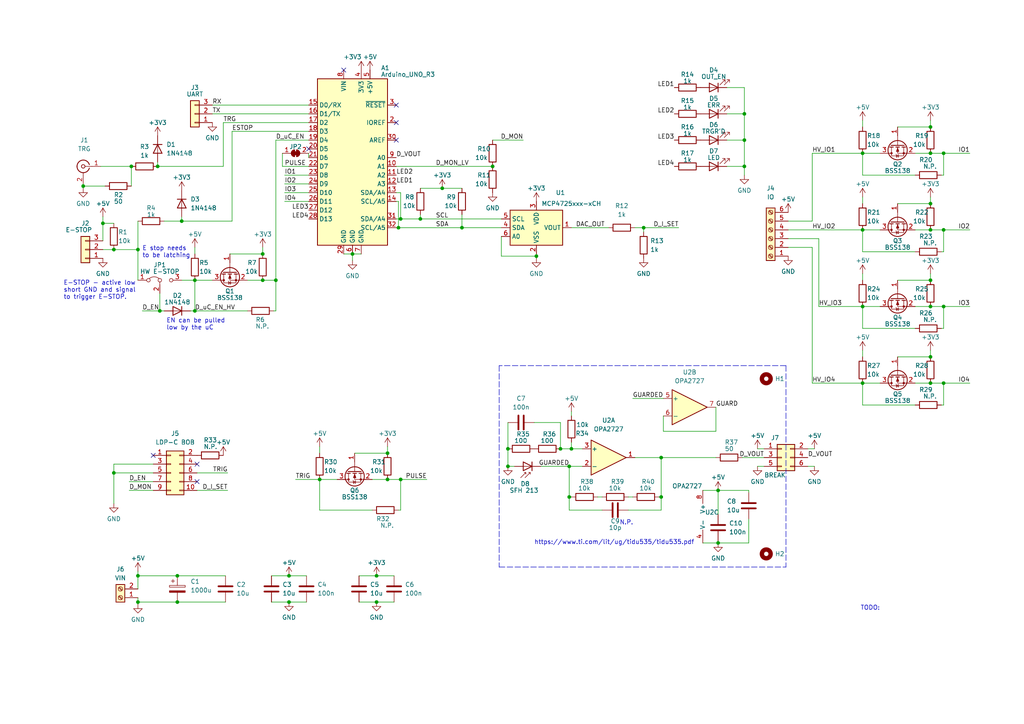
<source format=kicad_sch>
(kicad_sch (version 20211123) (generator eeschema)
  (paper "A4")
  (title_block (title "PicoLas driver arduino shield") (date "2023-01-10") (rev "1.0") (company "PWr") (comment 2 "By: Dmytro"))
  (junction (at 112.395 131.445))
  (junction (at 165.1 135.255))
  (junction (at 102.235 73.66))
  (junction (at 165.735 130.175))
  (junction (at 33.02 72.39))
  (junction (at 40.005 167.005))
  (junction (at 40.005 174.625))
  (junction (at 273.685 66.675))
  (junction (at 215.9 48.26))
  (junction (at 165.1 144.145))
  (junction (at 92.71 139.065))
  (junction (at 56.515 90.17))
  (junction (at 269.875 36.83))
  (junction (at 46.355 90.17))
  (junction (at 191.77 132.715))
  (junction (at 269.875 103.505))
  (junction (at 215.9 33.02))
  (junction (at 147.32 135.255))
  (junction (at 273.685 44.45))
  (junction (at 155.575 74.295))
  (junction (at 269.875 111.125))
  (junction (at 142.875 48.26))
  (junction (at 33.02 137.16))
  (junction (at 269.875 81.28))
  (junction (at 80.01 81.28))
  (junction (at 109.22 174.625))
  (junction (at 269.875 66.675))
  (junction (at 250.19 66.675))
  (junction (at 51.435 167.005))
  (junction (at 40.005 72.39))
  (junction (at 115.57 66.04))
  (junction (at 38.1 48.26))
  (junction (at 186.69 66.04))
  (junction (at 83.82 167.005))
  (junction (at 273.685 111.125))
  (junction (at 250.19 44.45))
  (junction (at 29.845 64.77))
  (junction (at 208.28 157.48))
  (junction (at 208.28 142.24))
  (junction (at 121.92 63.5))
  (junction (at 269.875 44.45))
  (junction (at 52.705 64.135))
  (junction (at 83.82 174.625))
  (junction (at 109.22 167.005))
  (junction (at 269.875 59.055))
  (junction (at 133.985 66.04))
  (junction (at 191.77 144.145))
  (junction (at 273.685 88.9))
  (junction (at 147.32 130.175))
  (junction (at 250.19 88.9))
  (junction (at 162.56 130.175))
  (junction (at 128.27 54.61))
  (junction (at 45.72 48.26))
  (junction (at 24.13 53.975))
  (junction (at 215.9 40.64))
  (junction (at 250.19 111.125))
  (junction (at 51.435 174.625))
  (junction (at 76.2 73.66))
  (junction (at 269.875 88.9))
  (junction (at 56.515 81.28))
  (junction (at 116.205 139.065))
  (junction (at 112.395 139.065))
  (junction (at 76.2 81.28))
  (junction (at 116.205 63.5))
  (no_connect (at 114.935 30.48))
  (no_connect (at 99.695 20.32))
  (no_connect (at 44.45 132.08))
  (no_connect (at 114.935 35.56))
  (no_connect (at 114.935 40.64))
  (no_connect (at 89.535 43.18))
  (no_connect (at 57.15 139.7))
  (no_connect (at 57.15 134.62))
  (wire (pts (xy 51.435 167.005) (xy 65.405 167.005)))
  (wire (pts (xy 165.1 135.255) (xy 165.1 144.145)))
  (wire (pts (xy 269.875 101.6) (xy 269.875 103.505)))
  (wire (pts (xy 228.6 66.675) (xy 250.19 66.675)))
  (wire (pts (xy 71.755 81.28) (xy 76.2 81.28)))
  (wire (pts (xy 192.405 125.095) (xy 192.405 120.65)))
  (wire (pts (xy 250.19 44.45) (xy 255.27 44.45)))
  (wire (pts (xy 112.395 129.54) (xy 112.395 131.445)))
  (wire (pts (xy 234.315 130.175) (xy 236.22 130.175)))
  (wire (pts (xy 61.595 30.48) (xy 89.535 30.48)))
  (wire (pts (xy 142.875 40.64) (xy 151.765 40.64)))
  (wire (pts (xy 121.92 63.5) (xy 145.415 63.5)))
  (wire (pts (xy 92.71 147.955) (xy 92.71 139.065)))
  (wire (pts (xy 47.625 64.135) (xy 52.705 64.135)))
  (wire (pts (xy 116.205 63.5) (xy 121.92 63.5)))
  (wire (pts (xy 165.735 66.04) (xy 176.53 66.04)))
  (wire (pts (xy 102.235 73.66) (xy 102.235 75.565)))
  (wire (pts (xy 182.245 147.955) (xy 191.77 147.955)))
  (wire (pts (xy 265.43 95.25) (xy 250.19 95.25)))
  (wire (pts (xy 116.205 139.065) (xy 123.825 139.065)))
  (wire (pts (xy 133.985 62.23) (xy 133.985 66.04)))
  (wire (pts (xy 33.02 137.16) (xy 33.02 134.62)))
  (wire (pts (xy 155.575 74.295) (xy 155.575 73.66)))
  (wire (pts (xy 208.28 156.845) (xy 208.28 157.48)))
  (wire (pts (xy 33.02 137.16) (xy 44.45 137.16)))
  (wire (pts (xy 116.205 147.955) (xy 116.205 139.065)))
  (wire (pts (xy 215.265 132.715) (xy 221.615 132.715)))
  (wire (pts (xy 215.9 50.8) (xy 215.9 48.26)))
  (wire (pts (xy 154.94 122.555) (xy 162.56 122.555)))
  (wire (pts (xy 107.95 139.065) (xy 112.395 139.065)))
  (wire (pts (xy 273.685 66.675) (xy 281.305 66.675)))
  (wire (pts (xy 191.77 132.715) (xy 191.77 144.145)))
  (wire (pts (xy 273.685 73.025) (xy 273.685 66.675)))
  (wire (pts (xy 273.685 88.9) (xy 269.875 88.9)))
  (wire (pts (xy 29.21 48.26) (xy 38.1 48.26)))
  (wire (pts (xy 81.915 44.45) (xy 81.915 48.26)))
  (wire (pts (xy 107.95 147.955) (xy 92.71 147.955)))
  (wire (pts (xy 115.57 66.04) (xy 133.985 66.04)))
  (wire (pts (xy 165.1 135.255) (xy 156.845 135.255)))
  (wire (pts (xy 265.43 117.475) (xy 250.19 117.475)))
  (wire (pts (xy 265.43 50.8) (xy 250.19 50.8)))
  (polyline (pts (xy 227.965 106.045) (xy 144.78 106.045)))
  (wire (pts (xy 203.835 157.48) (xy 208.28 157.48)))
  (wire (pts (xy 29.845 64.77) (xy 29.845 69.85)))
  (wire (pts (xy 81.915 48.26) (xy 89.535 48.26)))
  (wire (pts (xy 219.71 135.255) (xy 221.615 135.255)))
  (polyline (pts (xy 227.965 106.045) (xy 227.965 164.465)))
  (wire (pts (xy 80.01 81.28) (xy 76.2 81.28)))
  (wire (pts (xy 219.71 130.175) (xy 221.615 130.175)))
  (wire (pts (xy 71.755 90.17) (xy 56.515 90.17)))
  (wire (pts (xy 228.6 69.215) (xy 237.49 69.215)))
  (wire (pts (xy 104.14 174.625) (xy 109.22 174.625)))
  (wire (pts (xy 165.735 130.175) (xy 168.91 130.175)))
  (wire (pts (xy 207.645 125.095) (xy 192.405 125.095)))
  (wire (pts (xy 215.9 48.26) (xy 210.82 48.26)))
  (wire (pts (xy 109.22 174.625) (xy 114.3 174.625)))
  (wire (pts (xy 217.17 142.24) (xy 217.17 142.875)))
  (wire (pts (xy 174.625 147.955) (xy 165.1 147.955)))
  (wire (pts (xy 237.49 88.9) (xy 250.19 88.9)))
  (wire (pts (xy 250.19 34.925) (xy 250.19 36.83)))
  (wire (pts (xy 45.72 48.26) (xy 64.77 48.26)))
  (wire (pts (xy 260.35 103.505) (xy 269.875 103.505)))
  (wire (pts (xy 52.705 81.28) (xy 56.515 81.28)))
  (wire (pts (xy 184.15 66.04) (xy 186.69 66.04)))
  (wire (pts (xy 128.27 54.61) (xy 133.985 54.61)))
  (wire (pts (xy 82.55 50.8) (xy 89.535 50.8)))
  (wire (pts (xy 114.935 48.26) (xy 142.875 48.26)))
  (wire (pts (xy 33.02 146.05) (xy 33.02 137.16)))
  (wire (pts (xy 162.56 130.175) (xy 165.735 130.175)))
  (wire (pts (xy 208.28 142.24) (xy 208.28 149.225)))
  (wire (pts (xy 114.935 55.88) (xy 116.205 55.88)))
  (wire (pts (xy 250.19 50.8) (xy 250.19 44.45)))
  (wire (pts (xy 265.43 73.025) (xy 250.19 73.025)))
  (wire (pts (xy 273.685 50.8) (xy 273.685 44.45)))
  (wire (pts (xy 265.43 88.9) (xy 269.875 88.9)))
  (wire (pts (xy 182.245 144.145) (xy 183.515 144.145)))
  (wire (pts (xy 89.535 40.64) (xy 80.01 40.64)))
  (wire (pts (xy 210.82 25.4) (xy 215.9 25.4)))
  (wire (pts (xy 250.19 95.25) (xy 250.19 88.9)))
  (wire (pts (xy 57.15 137.16) (xy 66.04 137.16)))
  (wire (pts (xy 250.19 79.375) (xy 250.19 81.28)))
  (wire (pts (xy 40.005 165.735) (xy 40.005 167.005)))
  (wire (pts (xy 273.685 88.9) (xy 281.305 88.9)))
  (wire (pts (xy 78.74 174.625) (xy 83.82 174.625)))
  (wire (pts (xy 24.13 53.975) (xy 30.48 53.975)))
  (wire (pts (xy 273.685 95.25) (xy 273.685 88.9)))
  (wire (pts (xy 149.225 135.255) (xy 147.32 135.255)))
  (wire (pts (xy 51.435 174.625) (xy 40.005 174.625)))
  (wire (pts (xy 52.705 64.135) (xy 67.31 64.135)))
  (wire (pts (xy 102.235 73.66) (xy 104.775 73.66)))
  (wire (pts (xy 64.77 48.26) (xy 64.77 35.56)))
  (wire (pts (xy 92.71 139.065) (xy 97.79 139.065)))
  (wire (pts (xy 46.355 90.17) (xy 41.275 90.17)))
  (wire (pts (xy 40.005 167.005) (xy 51.435 167.005)))
  (wire (pts (xy 57.15 142.24) (xy 66.04 142.24)))
  (wire (pts (xy 236.22 135.255) (xy 234.315 135.255)))
  (wire (pts (xy 207.645 118.11) (xy 207.645 125.095)))
  (wire (pts (xy 29.845 64.77) (xy 33.02 64.77)))
  (wire (pts (xy 269.875 57.15) (xy 269.875 59.055)))
  (wire (pts (xy 89.535 38.1) (xy 67.31 38.1)))
  (wire (pts (xy 269.875 79.375) (xy 269.875 81.28)))
  (wire (pts (xy 215.9 25.4) (xy 215.9 33.02)))
  (wire (pts (xy 40.005 174.625) (xy 40.005 173.355)))
  (wire (pts (xy 273.05 117.475) (xy 273.685 117.475)))
  (wire (pts (xy 61.595 33.02) (xy 89.535 33.02)))
  (wire (pts (xy 173.355 144.145) (xy 174.625 144.145)))
  (wire (pts (xy 79.375 90.17) (xy 80.01 90.17)))
  (wire (pts (xy 191.77 144.145) (xy 191.77 147.955)))
  (wire (pts (xy 168.91 135.255) (xy 165.1 135.255)))
  (wire (pts (xy 165.1 144.145) (xy 165.1 147.955)))
  (wire (pts (xy 40.005 167.005) (xy 40.005 170.815)))
  (wire (pts (xy 260.35 81.28) (xy 269.875 81.28)))
  (wire (pts (xy 273.685 117.475) (xy 273.685 111.125)))
  (wire (pts (xy 64.77 35.56) (xy 89.535 35.56)))
  (wire (pts (xy 67.31 64.135) (xy 67.31 38.1)))
  (wire (pts (xy 109.22 167.005) (xy 114.3 167.005)))
  (wire (pts (xy 56.515 81.28) (xy 61.595 81.28)))
  (wire (pts (xy 40.005 72.39) (xy 40.005 81.28)))
  (wire (pts (xy 217.17 150.495) (xy 217.17 157.48)))
  (wire (pts (xy 51.435 174.625) (xy 65.405 174.625)))
  (wire (pts (xy 82.55 55.88) (xy 89.535 55.88)))
  (wire (pts (xy 235.585 44.45) (xy 250.19 44.45)))
  (wire (pts (xy 115.57 147.955) (xy 116.205 147.955)))
  (wire (pts (xy 46.355 85.09) (xy 46.355 90.17)))
  (polyline (pts (xy 144.78 106.045) (xy 144.78 164.465)))
  (wire (pts (xy 89.535 44.45) (xy 89.535 45.72)))
  (wire (pts (xy 273.685 111.125) (xy 269.875 111.125)))
  (wire (pts (xy 33.02 72.39) (xy 40.005 72.39)))
  (wire (pts (xy 235.585 71.755) (xy 228.6 71.755)))
  (wire (pts (xy 114.935 66.04) (xy 115.57 66.04)))
  (wire (pts (xy 66.675 73.66) (xy 76.2 73.66)))
  (wire (pts (xy 56.515 71.755) (xy 56.515 73.66)))
  (wire (pts (xy 191.135 144.145) (xy 191.77 144.145)))
  (wire (pts (xy 215.9 40.64) (xy 215.9 48.26)))
  (wire (pts (xy 208.28 142.24) (xy 217.17 142.24)))
  (wire (pts (xy 235.585 111.125) (xy 250.19 111.125)))
  (wire (pts (xy 250.19 88.9) (xy 255.27 88.9)))
  (wire (pts (xy 210.82 40.64) (xy 215.9 40.64)))
  (wire (pts (xy 273.05 73.025) (xy 273.685 73.025)))
  (wire (pts (xy 24.13 53.975) (xy 24.13 53.34)))
  (polyline (pts (xy 144.78 164.465) (xy 227.965 164.465)))
  (wire (pts (xy 82.55 58.42) (xy 89.535 58.42)))
  (wire (pts (xy 38.1 48.26) (xy 38.1 53.975)))
  (wire (pts (xy 121.92 62.23) (xy 121.92 63.5)))
  (wire (pts (xy 273.685 66.675) (xy 269.875 66.675)))
  (wire (pts (xy 133.985 66.04) (xy 145.415 66.04)))
  (wire (pts (xy 273.685 44.45) (xy 269.875 44.45)))
  (wire (pts (xy 33.02 134.62) (xy 44.45 134.62)))
  (wire (pts (xy 114.935 63.5) (xy 116.205 63.5)))
  (wire (pts (xy 52.705 62.865) (xy 52.705 64.135)))
  (wire (pts (xy 237.49 69.215) (xy 237.49 88.9)))
  (wire (pts (xy 273.05 50.8) (xy 273.685 50.8)))
  (wire (pts (xy 55.245 90.17) (xy 56.515 90.17)))
  (wire (pts (xy 115.57 58.42) (xy 115.57 66.04)))
  (wire (pts (xy 40.005 64.135) (xy 40.005 72.39)))
  (wire (pts (xy 40.005 175.26) (xy 40.005 174.625)))
  (wire (pts (xy 45.72 46.99) (xy 45.72 48.26)))
  (wire (pts (xy 250.19 117.475) (xy 250.19 111.125)))
  (wire (pts (xy 165.735 119.38) (xy 165.735 120.65)))
  (wire (pts (xy 37.465 139.7) (xy 44.45 139.7)))
  (wire (pts (xy 235.585 44.45) (xy 235.585 64.135)))
  (wire (pts (xy 116.205 139.065) (xy 112.395 139.065)))
  (wire (pts (xy 102.87 131.445) (xy 112.395 131.445)))
  (wire (pts (xy 145.415 74.295) (xy 155.575 74.295)))
  (wire (pts (xy 186.69 66.04) (xy 196.85 66.04)))
  (wire (pts (xy 37.465 142.24) (xy 44.45 142.24)))
  (wire (pts (xy 183.515 115.57) (xy 192.405 115.57)))
  (wire (pts (xy 265.43 44.45) (xy 269.875 44.45)))
  (wire (pts (xy 269.875 34.925) (xy 269.875 36.83)))
  (wire (pts (xy 273.685 44.45) (xy 281.305 44.45)))
  (wire (pts (xy 265.43 66.675) (xy 269.875 66.675)))
  (wire (pts (xy 114.935 58.42) (xy 115.57 58.42)))
  (wire (pts (xy 260.35 36.83) (xy 269.875 36.83)))
  (wire (pts (xy 80.01 90.17) (xy 80.01 81.28)))
  (wire (pts (xy 250.19 111.125) (xy 255.27 111.125)))
  (wire (pts (xy 250.19 57.15) (xy 250.19 59.055)))
  (wire (pts (xy 184.15 132.715) (xy 191.77 132.715)))
  (wire (pts (xy 116.205 55.88) (xy 116.205 63.5)))
  (wire (pts (xy 92.71 129.54) (xy 92.71 131.445)))
  (wire (pts (xy 99.695 73.66) (xy 102.235 73.66)))
  (wire (pts (xy 165.1 144.145) (xy 165.735 144.145)))
  (wire (pts (xy 265.43 111.125) (xy 269.875 111.125)))
  (wire (pts (xy 210.82 33.02) (xy 215.9 33.02)))
  (wire (pts (xy 208.28 157.48) (xy 217.17 157.48)))
  (wire (pts (xy 83.82 167.005) (xy 88.9 167.005)))
  (wire (pts (xy 33.02 72.39) (xy 29.845 72.39)))
  (wire (pts (xy 235.585 64.135) (xy 228.6 64.135)))
  (wire (pts (xy 46.355 90.17) (xy 47.625 90.17)))
  (wire (pts (xy 85.725 139.065) (xy 92.71 139.065)))
  (wire (pts (xy 147.32 130.175) (xy 147.32 135.255)))
  (wire (pts (xy 186.69 67.31) (xy 186.69 66.04)))
  (wire (pts (xy 215.9 33.02) (xy 215.9 40.64)))
  (wire (pts (xy 121.92 54.61) (xy 128.27 54.61)))
  (wire (pts (xy 191.77 132.715) (xy 207.645 132.715)))
  (wire (pts (xy 165.735 128.27) (xy 165.735 130.175)))
  (wire (pts (xy 250.19 73.025) (xy 250.19 66.675)))
  (wire (pts (xy 273.685 111.125) (xy 281.305 111.125)))
  (wire (pts (xy 78.74 167.005) (xy 83.82 167.005)))
  (wire (pts (xy 147.32 122.555) (xy 147.32 130.175)))
  (wire (pts (xy 260.35 59.055) (xy 269.875 59.055)))
  (wire (pts (xy 250.19 101.6) (xy 250.19 103.505)))
  (wire (pts (xy 235.585 71.755) (xy 235.585 111.125)))
  (wire (pts (xy 24.13 54.61) (xy 24.13 53.975)))
  (wire (pts (xy 250.19 66.675) (xy 255.27 66.675)))
  (wire (pts (xy 162.56 122.555) (xy 162.56 130.175)))
  (wire (pts (xy 29.845 62.865) (xy 29.845 64.77)))
  (wire (pts (xy 80.01 40.64) (xy 80.01 81.28)))
  (wire (pts (xy 56.515 90.17) (xy 56.515 81.28)))
  (wire (pts (xy 208.28 142.24) (xy 203.835 142.24)))
  (wire (pts (xy 145.415 68.58) (xy 145.415 74.295)))
  (wire (pts (xy 273.05 95.25) (xy 273.685 95.25)))
  (wire (pts (xy 76.2 71.755) (xy 76.2 73.66)))
  (wire (pts (xy 155.575 74.93) (xy 155.575 74.295)))
  (wire (pts (xy 83.82 174.625) (xy 88.9 174.625)))
  (wire (pts (xy 82.55 53.34) (xy 89.535 53.34)))
  (wire (pts (xy 104.14 167.005) (xy 109.22 167.005)))
  (text "TODO:\n" (at 249.555 177.165 0) (effects (font (size 1.27 1.27)) (justify left bottom)))
  (text "E stop needs\nto be latching" (at 41.275 74.93 0) (effects (font (size 1.27 1.27)) (justify left bottom)))
  (text "N.P." (at 179.705 152.4 0) (effects (font (size 1.27 1.27)) (justify left bottom)))
  (text "EN can be pulled\nlow by the uC" (at 48.26 95.885 0) (effects (font (size 1.27 1.27)) (justify left bottom)))
  (text "https://www.ti.com/lit/ug/tidu535/tidu535.pdf" (at 154.94 158.115 0) (effects (font (size 1.27 1.27)) (justify left bottom)))
  (text "E-STOP - active low\nshort GND and signal\nto trigger E-STOP." (at 18.415 86.995 0) (effects (font (size 1.27 1.27)) (justify left bottom)))
  (label "IO1" (at 281.305 44.45 180))
  (label "D_VOUT" (at 221.615 132.715 180))
  (label "IO4" (at 82.55 58.42 0))
  (label "GUARDED" (at 165.1 135.255 180))
  (label "PULSE" (at 82.55 48.26 0))
  (label "TX" (at 61.595 33.02 0))
  (label "D_I_SET" (at 196.85 66.04 180))
  (label "IO3" (at 281.305 88.9 180))
  (label "GUARDED" (at 183.515 115.57 0))
  (label "LED1" (at 114.935 53.34 0))
  (label "HV_IO4" (at 235.585 111.125 0))
  (label "PULSE" (at 123.825 139.065 180))
  (label "RX" (at 61.595 30.48 0))
  (label "IO2" (at 82.55 53.34 0))
  (label "HV_IO2" (at 235.585 66.675 0))
  (label "SCL" (at 126.365 63.5 0))
  (label "LED3" (at 89.535 60.96 180))
  (label "D_VOUT" (at 234.315 132.715 0))
  (label "IO2" (at 281.305 66.675 180))
  (label "TRG" (at 64.77 35.56 0))
  (label "D_uC_EN_HV" (at 56.515 90.17 0))
  (label "SDA" (at 126.365 66.04 0))
  (label "D_MON" (at 37.465 142.24 0))
  (label "TRIG" (at 85.725 139.065 0))
  (label "D_uC_EN" (at 80.01 40.64 0))
  (label "ESTOP" (at 67.31 38.1 0))
  (label "LED3" (at 195.58 40.64 180))
  (label "IO3" (at 82.55 55.88 0))
  (label "LED2" (at 114.935 50.8 0))
  (label "LED4" (at 89.535 63.5 180))
  (label "LED4" (at 195.58 48.26 180))
  (label "HV_IO3" (at 237.49 88.9 0))
  (label "D_MON_LV" (at 126.365 48.26 0))
  (label "D_I_SET" (at 66.04 142.24 180))
  (label "LED2" (at 195.58 33.02 180))
  (label "LED1" (at 195.58 25.4 180))
  (label "DAC_OUT" (at 167.005 66.04 0))
  (label "D_EN" (at 41.275 90.17 0))
  (label "D_VOUT" (at 114.935 45.72 0))
  (label "HV_IO1" (at 235.585 44.45 0))
  (label "IO1" (at 82.55 50.8 0))
  (label "TRIG" (at 66.04 137.16 180))
  (label "GUARD" (at 207.645 118.11 0))
  (label "D_EN" (at 37.465 139.7 0))
  (label "IO4" (at 281.305 111.125 180))
  (label "D_MON" (at 151.765 40.64 180))
  (symbol (lib_id "Device:D") (at 52.705 59.055 270) (unit 1)
    (property "Reference" "D3" (at 55.245 57.7849 90) (effects (justify left)))
    (property "Value" "1N4148" (at 55.245 60.3249 90) (effects (justify left)))
    (property "Footprint" "Diode_SMD:D_SOD-123" (effects hide))
  )
  (symbol (lib_id "Device:R") (at 269.24 95.25 90) (unit 1)
    (property "Reference" "R26" (at 270.51 90.805 90) (effects (justify left)))
    (property "Value" "N.P." (at 271.78 92.71 90) (effects (justify left)))
    (property "Footprint" "Resistor_SMD:R_0805_2012Metric_Pad1.20x1.40mm_HandSolder" (effects hide))
  )
  (symbol (lib_id "power:+3V3") (at 269.875 79.375 0) (unit 1)
    (property "Reference" "#PWR026" (effects hide))
    (property "Value" "+3V3" (at 269.875 75.565 0))
  )
  (symbol (lib_id "power:GND") (at 83.82 174.625 0) (unit 1)
    (property "Reference" "#PWR036" (effects hide))
    (property "Value" "GND" (at 83.82 179.07 0))
  )
  (symbol (lib_id "Device:R") (at 180.34 66.04 270) (unit 1)
    (property "Reference" "R12" (at 180.34 59.69 90))
    (property "Value" "1k" (at 180.34 62.23 90))
    (property "Footprint" "Resistor_SMD:R_0805_2012Metric_Pad1.20x1.40mm_HandSolder" (effects hide))
  )
  (symbol (lib_id "Device:C") (at 178.435 147.955 90) (unit 1)
    (property "Reference" "C9" (at 178.435 151.13 90))
    (property "Value" "10p" (at 178.435 153.035 90))
    (property "Footprint" "Capacitor_SMD:C_0805_2012Metric_Pad1.18x1.45mm_HandSolder" (effects hide))
  )
  (symbol (lib_id "power:+3V3") (at 269.875 101.6 0) (unit 1)
    (property "Reference" "#PWR028" (effects hide))
    (property "Value" "+3V3" (at 269.875 97.79 0))
  )
  (symbol (lib_id "Analog_DAC:MCP4725xxx-xCH") (at 155.575 66.04 0) (unit 1)
    (property "Reference" "U1" (at 162.56 55.88 0))
    (property "Value" "MCP4725xxx-xCH" (at 165.735 59.055 0))
    (property "Footprint" "Package_TO_SOT_SMD:SOT-23-6" (effects hide))
    (property "Datasheet" "http://ww1.microchip.com/downloads/en/DeviceDoc/22039d.pdf" (effects hide))
  )
  (symbol (lib_id "Device:C") (at 104.14 170.815 0) (unit 1)
    (property "Reference" "C5" (at 107.315 169.5449 0) (effects (justify left)))
    (property "Value" "10u" (at 107.315 172.0849 0) (effects (justify left)))
    (property "Footprint" "Capacitor_SMD:C_0805_2012Metric_Pad1.18x1.45mm_HandSolder" (effects hide))
  )
  (symbol (lib_id "power:GND") (at 215.9 50.8 0) (unit 1)
    (property "Reference" "#PWR018" (effects hide))
    (property "Value" "GND" (at 215.9 55.245 0))
  )
  (symbol (lib_id "power:+3V3") (at 269.875 34.925 0) (unit 1)
    (property "Reference" "#PWR020" (effects hide))
    (property "Value" "+3V3" (at 269.875 31.115 0))
  )
  (symbol (lib_id "power:GND") (at 102.235 75.565 0) (unit 1)
    (property "Reference" "#PWR010" (effects hide))
    (property "Value" "GND" (at 102.235 80.01 0))
  )
  (symbol (lib_id "Device:R") (at 250.19 62.865 0) (unit 1)
    (property "Reference" "R21" (at 251.46 61.595 0) (effects (justify left)))
    (property "Value" "10k" (at 251.46 64.135 0) (effects (justify left)))
    (property "Footprint" "Resistor_SMD:R_0805_2012Metric_Pad1.20x1.40mm_HandSolder" (effects hide))
  )
  (symbol (lib_id "power:+5V") (at 208.28 142.24 0) (unit 1)
    (property "Reference" "#PWR044" (effects hide))
    (property "Value" "+5V" (at 208.28 138.43 0))
  )
  (symbol (lib_id "Device:R") (at 187.325 144.145 270) (unit 1)
    (property "Reference" "R40" (at 186.055 139.7 90) (effects (justify left)))
    (property "Value" "10k" (at 185.42 141.605 90) (effects (justify left)))
    (property "Footprint" "Resistor_SMD:R_0805_2012Metric_Pad1.20x1.40mm_HandSolder" (effects hide))
  )
  (symbol (lib_id "Device:R") (at 34.29 53.975 270) (unit 1)
    (property "Reference" "R2" (at 33.02 56.515 90) (effects (justify left)))
    (property "Value" "50" (at 33.02 58.42 90) (effects (justify left)))
    (property "Footprint" "Resistor_SMD:R_0805_2012Metric_Pad1.20x1.40mm_HandSolder" (effects hide))
  )
  (symbol (lib_id "Device:R") (at 111.76 147.955 90) (unit 1)
    (property "Reference" "R32" (at 113.03 150.495 90) (effects (justify left)))
    (property "Value" "N.P." (at 114.3 152.4 90) (effects (justify left)))
    (property "Footprint" "Resistor_SMD:R_0805_2012Metric_Pad1.20x1.40mm_HandSolder" (effects hide))
  )
  (symbol (lib_id "power:+3V3") (at 155.575 58.42 0) (unit 1)
    (property "Reference" "#PWR015" (effects hide))
    (property "Value" "+3V3" (at 155.575 54.61 0))
  )
  (symbol (lib_id "Device:D") (at 51.435 90.17 180) (unit 1)
    (property "Reference" "D2" (at 51.435 85.725 0))
    (property "Value" "1N4148" (at 51.435 87.63 0))
    (property "Footprint" "Diode_SMD:D_SOD-123" (effects hide))
  )
  (symbol (lib_id "Connector_Generic:Conn_01x03") (at 24.765 72.39 180) (unit 1)
    (property "Reference" "J2" (at 24.765 64.77 0))
    (property "Value" "E-STOP" (at 22.86 66.675 0))
    (property "Footprint" "TerminalBlock:TerminalBlock_Altech_AK300-3_P5.00mm" (effects hide))
  )
  (symbol (lib_id "power:+5V") (at 107.315 20.32 0) (unit 1)
    (property "Reference" "#PWR012" (effects hide))
    (property "Value" "+5V" (at 107.315 16.51 0))
  )
  (symbol (lib_id "Connector_Generic:Conn_02x05_Odd_Even") (at 49.53 137.16 0) (unit 1)
    (property "Reference" "J5" (at 50.8 125.73 0))
    (property "Value" "LDP-C BOB" (at 50.8 128.27 0))
    (property "Footprint" "Connector_PinHeader_2.54mm:PinHeader_2x05_P2.54mm_Vertical" (effects hide))
  )
  (symbol (lib_id "power:GND") (at 186.69 74.93 0) (unit 1)
    (property "Reference" "#PWR017" (effects hide))
    (property "Value" "GND" (at 186.69 79.375 0))
  )
  (symbol (lib_id "Device:LED") (at 207.01 33.02 180) (unit 1)
    (property "Reference" "D5" (at 207.01 28.575 0))
    (property "Value" "ERR" (at 207.01 30.48 0))
    (property "Footprint" "LED_SMD:LED_0805_2012Metric_Pad1.15x1.40mm_HandSolder" (effects hide))
  )
  (symbol (lib_id "power:+3V3") (at 269.875 57.15 0) (unit 1)
    (property "Reference" "#PWR022" (effects hide))
    (property "Value" "+3V3" (at 269.875 53.34 0))
  )
  (symbol (lib_id "power:+3V3") (at 76.2 71.755 0) (unit 1)
    (property "Reference" "#PWR09" (effects hide))
    (property "Value" "+3V3" (at 76.2 67.945 0))
  )
  (symbol (lib_id "power:+5V") (at 29.845 62.865 0) (unit 1)
    (property "Reference" "#PWR03" (effects hide))
    (property "Value" "+5V" (at 29.845 59.055 0))
  )
  (symbol (lib_id "Device:R") (at 151.13 130.175 270) (unit 1)
    (property "Reference" "R35" (at 149.7764 125.9123 90) (effects (justify left)))
    (property "Value" "100" (at 149.1414 127.8173 90) (effects (justify left)))
    (property "Footprint" "Resistor_SMD:R_0805_2012Metric_Pad1.20x1.40mm_HandSolder" (effects hide))
  )
  (symbol (lib_id "power:+5V") (at 92.71 129.54 0) (unit 1)
    (property "Reference" "#PWR029" (effects hide))
    (property "Value" "+5V" (at 92.71 125.73 0))
  )
  (symbol (lib_id "power:GND") (at 142.875 55.88 0) (unit 1)
    (property "Reference" "#PWR014" (effects hide))
    (property "Value" "GND" (at 142.875 60.325 0))
  )
  (symbol (lib_id "power:GND") (at 61.595 35.56 0) (unit 1)
    (property "Reference" "#PWR08" (effects hide))
    (property "Value" "GND" (at 61.595 40.005 0))
  )
  (symbol (lib_id "power:GND") (at 33.02 146.05 0) (unit 1)
    (property "Reference" "#PWR031" (effects hide))
    (property "Value" "GND" (at 33.02 150.495 0))
  )
  (symbol (lib_id "Device:C") (at 88.9 170.815 0) (unit 1)
    (property "Reference" "C4" (at 92.075 169.5449 0) (effects (justify left)))
    (property "Value" "100n" (at 92.075 172.0849 0) (effects (justify left)))
    (property "Footprint" "Capacitor_SMD:C_0805_2012Metric_Pad1.18x1.45mm_HandSolder" (effects hide))
  )
  (symbol (lib_id "Device:R") (at 250.19 85.09 0) (unit 1)
    (property "Reference" "R24" (at 251.46 83.82 0) (effects (justify left)))
    (property "Value" "10k" (at 251.46 86.36 0) (effects (justify left)))
    (property "Footprint" "Resistor_SMD:R_0805_2012Metric_Pad1.20x1.40mm_HandSolder" (effects hide))
  )
  (symbol (lib_id "Amplifier_Operational:MCP6L02x-xMS") (at 176.53 132.715 0) (unit 1)
    (property "Reference" "U2" (at 176.53 121.92 0))
    (property "Value" "OPA2727" (at 176.53 124.46 0))
    (property "Footprint" "Package_SO:SO-8_3.9x4.9mm_P1.27mm" (effects hide))
    (property "Datasheet" "http://ww1.microchip.com/downloads/en/devicedoc/22140b.pdf" (effects hide))
  )
  (symbol (lib_id "Connector_Generic:Conn_02x03_Odd_Even") (at 226.695 132.715 0) (unit 1)
    (property "Reference" "J7" (at 224.79 127 0))
    (property "Value" "BREAK" (at 224.79 137.795 0))
    (property "Footprint" "Connector_PinSocket_2.54mm:PinSocket_2x03_P2.54mm_Vertical" (effects hide))
  )
  (symbol (lib_id "Device:C") (at 151.13 122.555 90) (unit 1)
    (property "Reference" "C7" (at 151.13 115.57 90))
    (property "Value" "100n" (at 151.13 118.11 90))
    (property "Footprint" "Capacitor_SMD:C_0805_2012Metric_Pad1.18x1.45mm_HandSolder" (effects hide))
  )
  (symbol (lib_id "Amplifier_Operational:MCP6L02x-xMS") (at 200.025 118.11 0) (unit 2)
    (property "Reference" "U2" (at 200.025 107.95 0))
    (property "Value" "OPA2727" (at 200.025 110.49 0))
    (property "Footprint" "Package_SO:SO-8_3.9x4.9mm_P1.27mm" (effects hide))
    (property "Datasheet" "http://ww1.microchip.com/downloads/en/devicedoc/22140b.pdf" (effects hide))
  )
  (symbol (lib_id "power:+5V") (at 64.77 132.08 0) (unit 1)
    (property "Reference" "#PWR032" (effects hide))
    (property "Value" "+5V" (at 64.77 128.27 0))
  )
  (symbol (lib_id "power:GND") (at 29.845 74.93 0) (unit 1)
    (property "Reference" "#PWR04" (effects hide))
    (property "Value" "GND" (at 29.845 79.375 0))
  )
  (symbol (lib_id "power:GND") (at 147.32 135.255 0) (unit 1)
    (property "Reference" "#PWR042" (effects hide))
    (property "Value" "GND" (at 147.32 139.7 0))
  )
  (symbol (lib_id "Device:R") (at 269.875 85.09 0) (unit 1)
    (property "Reference" "R25" (at 265.43 83.82 0) (effects (justify left)))
    (property "Value" "10k" (at 264.795 86.36 0) (effects (justify left)))
    (property "Footprint" "Resistor_SMD:R_0805_2012Metric_Pad1.20x1.40mm_HandSolder" (effects hide))
  )
  (symbol (lib_id "Device:R") (at 112.395 135.255 0) (unit 1)
    (property "Reference" "R31" (at 107.95 133.985 0) (effects (justify left)))
    (property "Value" "10k" (at 107.315 136.525 0) (effects (justify left)))
    (property "Footprint" "Resistor_SMD:R_0805_2012Metric_Pad1.20x1.40mm_HandSolder" (effects hide))
  )
  (symbol (lib_id "Device:C") (at 65.405 170.815 0) (unit 1)
    (property "Reference" "C2" (at 68.58 169.5449 0) (effects (justify left)))
    (property "Value" "10u" (at 68.58 172.0849 0) (effects (justify left)))
    (property "Footprint" "Capacitor_SMD:C_0805_2012Metric_Pad1.18x1.45mm_HandSolder" (effects hide))
  )
  (symbol (lib_id "Device:D_Photo") (at 151.765 135.255 180) (unit 1)
    (property "Reference" "D8" (at 153.67 140.335 0) (effects (justify left)))
    (property "Value" "SFH 213" (at 156.21 142.24 0) (effects (justify left)))
    (property "Footprint" "LED_THT:LED_D5.0mm_IRGrey" (effects hide))
  )
  (symbol (lib_id "Device:LED") (at 207.01 40.64 180) (unit 1)
    (property "Reference" "D6" (at 207.01 36.195 0))
    (property "Value" "TRGR'D" (at 207.01 38.1 0))
    (property "Footprint" "LED_SMD:LED_0805_2012Metric_Pad1.15x1.40mm_HandSolder" (effects hide))
  )
  (symbol (lib_id "Device:R") (at 250.19 40.64 0) (unit 1)
    (property "Reference" "R18" (at 251.46 39.37 0) (effects (justify left)))
    (property "Value" "10k" (at 251.46 41.91 0) (effects (justify left)))
    (property "Footprint" "Resistor_SMD:R_0805_2012Metric_Pad1.20x1.40mm_HandSolder" (effects hide))
  )
  (symbol (lib_id "Device:R") (at 199.39 48.26 270) (unit 1)
    (property "Reference" "R17" (at 199.39 44.45 90))
    (property "Value" "1k" (at 199.39 46.355 90))
    (property "Footprint" "Resistor_SMD:R_0805_2012Metric_Pad1.20x1.40mm_HandSolder" (effects hide))
  )
  (symbol (lib_id "Device:R") (at 269.24 50.8 90) (unit 1)
    (property "Reference" "R20" (at 270.51 46.355 90) (effects (justify left)))
    (property "Value" "N.P." (at 271.78 48.26 90) (effects (justify left)))
    (property "Footprint" "Resistor_SMD:R_0805_2012Metric_Pad1.20x1.40mm_HandSolder" (effects hide))
  )
  (symbol (lib_id "power:+3V3") (at 104.775 20.32 0) (unit 1)
    (property "Reference" "#PWR011" (effects hide))
    (property "Value" "+3V3" (at 102.235 16.51 0))
  )
  (symbol (lib_id "Device:R") (at 186.69 71.12 180) (unit 1)
    (property "Reference" "R13" (at 188.595 69.8499 0) (effects (justify right)))
    (property "Value" "1k" (at 188.595 72.3899 0) (effects (justify right)))
    (property "Footprint" "Resistor_SMD:R_0805_2012Metric_Pad1.20x1.40mm_HandSolder" (effects hide))
  )
  (symbol (lib_id "Mechanical:MountingHole") (at 222.25 160.655 0) (unit 1)
    (property "Reference" "H2" (at 224.79 160.6549 0) (effects (justify left)))
    (property "Value" "MountingHole" (effects hide))
    (property "Footprint" "MountingHole:MountingHole_3.2mm_M3" (effects hide))
  )
  (symbol (lib_id "Device:C") (at 114.3 170.815 0) (unit 1)
    (property "Reference" "C6" (at 117.475 169.5449 0) (effects (justify left)))
    (property "Value" "100n" (at 117.475 172.0849 0) (effects (justify left)))
    (property "Footprint" "Capacitor_SMD:C_0805_2012Metric_Pad1.18x1.45mm_HandSolder" (effects hide))
  )
  (symbol (lib_id "Device:R") (at 142.875 52.07 0) (unit 1)
    (property "Reference" "R11" (at 138.43 50.8 0) (effects (justify left)))
    (property "Value" "10k" (at 137.795 53.34 0) (effects (justify left)))
    (property "Footprint" "Resistor_SMD:R_0805_2012Metric_Pad1.20x1.40mm_HandSolder" (effects hide))
  )
  (symbol (lib_id "Jumper:Jumper_3_Bridged12") (at 46.355 81.28 0) (unit 1)
    (property "Reference" "JP1" (at 46.355 76.835 0))
    (property "Value" "HW E-STOP" (at 46.355 78.74 0))
    (property "Footprint" "Jumper:SolderJumper-3_P1.3mm_Bridged12_RoundedPad1.0x1.5mm_NumberLabels" (effects hide))
  )
  (symbol (lib_id "Device:R") (at 56.515 77.47 0) (unit 1)
    (property "Reference" "R5" (at 57.785 76.2 0) (effects (justify left)))
    (property "Value" "10k" (at 57.785 78.74 0) (effects (justify left)))
    (property "Footprint" "Resistor_SMD:R_0805_2012Metric_Pad1.20x1.40mm_HandSolder" (effects hide))
  )
  (symbol (lib_id "Jumper:SolderJumper_2_Bridged") (at 85.725 44.45 0) (unit 1)
    (property "Reference" "JP2" (at 85.725 42.545 0))
    (property "Value" "INTR" (effects hide))
    (property "Footprint" "Jumper:SolderJumper-2_P1.3mm_Open_RoundedPad1.0x1.5mm" (effects hide))
  )
  (symbol (lib_id "Transistor_FET:BSS138") (at 66.675 78.74 90) (mirror x) (unit 1)
    (property "Reference" "Q1" (at 66.675 84.455 90))
    (property "Value" "BSS138" (at 66.675 86.36 90))
    (property "Footprint" "Package_TO_SOT_SMD:SOT-23" (effects hide))
    (property "Datasheet" "https://www.onsemi.com/pub/Collateral/BSS138-D.PDF" (effects hide))
  )
  (symbol (lib_id "Device:R") (at 178.435 144.145 270) (unit 1)
    (property "Reference" "R39" (at 177.165 139.7 90) (effects (justify left)))
    (property "Value" "10k" (at 176.53 141.605 90) (effects (justify left)))
    (property "Footprint" "Resistor_SMD:R_0805_2012Metric_Pad1.20x1.40mm_HandSolder" (effects hide))
  )
  (symbol (lib_id "Device:R") (at 169.545 144.145 270) (unit 1)
    (property "Reference" "R38" (at 168.275 139.7 90) (effects (justify left)))
    (property "Value" "10k" (at 167.64 141.605 90) (effects (justify left)))
    (property "Footprint" "Resistor_SMD:R_0805_2012Metric_Pad1.20x1.40mm_HandSolder" (effects hide))
  )
  (symbol (lib_id "power:+5V") (at 40.005 165.735 0) (unit 1)
    (property "Reference" "#PWR033" (effects hide))
    (property "Value" "+5V" (at 40.005 161.925 0))
  )
  (symbol (lib_id "Device:R") (at 269.24 117.475 90) (unit 1)
    (property "Reference" "R29" (at 270.51 113.03 90) (effects (justify left)))
    (property "Value" "N.P." (at 271.78 114.935 90) (effects (justify left)))
    (property "Footprint" "Resistor_SMD:R_0805_2012Metric_Pad1.20x1.40mm_HandSolder" (effects hide))
  )
  (symbol (lib_id "power:+3V3") (at 109.22 167.005 0) (unit 1)
    (property "Reference" "#PWR037" (effects hide))
    (property "Value" "+3V3" (at 109.22 163.195 0))
  )
  (symbol (lib_id "power:+5V") (at 165.735 119.38 0) (unit 1)
    (property "Reference" "#PWR040" (effects hide))
    (property "Value" "+5V" (at 165.735 115.57 0))
  )
  (symbol (lib_id "Device:R") (at 199.39 40.64 270) (unit 1)
    (property "Reference" "R16" (at 199.39 36.83 90))
    (property "Value" "1k" (at 199.39 38.735 90))
    (property "Footprint" "Resistor_SMD:R_0805_2012Metric_Pad1.20x1.40mm_HandSolder" (effects hide))
  )
  (symbol (lib_id "Device:D") (at 45.72 43.18 270) (unit 1)
    (property "Reference" "D1" (at 48.26 41.9099 90) (effects (justify left)))
    (property "Value" "1N4148" (at 48.26 44.4499 90) (effects (justify left)))
    (property "Footprint" "Diode_SMD:D_SOD-123" (effects hide))
  )
  (symbol (lib_id "Amplifier_Operational:MCP6L02x-xMS") (at 203.835 149.86 0) (unit 3)
    (property "Reference" "U2" (at 204.47 148.5899 0) (effects (justify left)))
    (property "Value" "OPA2727" (at 194.945 140.97 0) (effects (justify left)))
    (property "Footprint" "Package_SO:SO-8_3.9x4.9mm_P1.27mm" (effects hide))
    (property "Datasheet" "http://ww1.microchip.com/downloads/en/devicedoc/22140b.pdf" (effects hide))
  )
  (symbol (lib_id "Transistor_FET:BSS138") (at 260.35 86.36 90) (mirror x) (unit 1)
    (property "Reference" "Q4" (at 260.35 92.075 90))
    (property "Value" "BSS138" (at 260.35 93.98 90))
    (property "Footprint" "Package_TO_SOT_SMD:SOT-23" (effects hide))
    (property "Datasheet" "https://www.onsemi.com/pub/Collateral/BSS138-D.PDF" (effects hide))
  )
  (symbol (lib_id "Device:R") (at 121.92 58.42 0) (unit 1)
    (property "Reference" "R8" (at 117.475 57.15 0) (effects (justify left)))
    (property "Value" "10k" (at 116.84 59.69 0) (effects (justify left)))
    (property "Footprint" "Resistor_SMD:R_0805_2012Metric_Pad1.20x1.40mm_HandSolder" (effects hide))
  )
  (symbol (lib_id "power:GND") (at 155.575 74.93 0) (unit 1)
    (property "Reference" "#PWR016" (effects hide))
    (property "Value" "GND" (at 155.575 79.375 0))
  )
  (symbol (lib_id "Device:R") (at 158.75 130.175 270) (unit 1)
    (property "Reference" "R36" (at 157.3964 125.9123 90) (effects (justify left)))
    (property "Value" "100" (at 156.7614 127.8173 90) (effects (justify left)))
    (property "Footprint" "Resistor_SMD:R_0805_2012Metric_Pad1.20x1.40mm_HandSolder" (effects hide))
  )
  (symbol (lib_id "Transistor_FET:BSS138") (at 260.35 108.585 90) (mirror x) (unit 1)
    (property "Reference" "Q5" (at 260.35 114.3 90))
    (property "Value" "BSS138" (at 260.35 116.205 90))
    (property "Footprint" "Package_TO_SOT_SMD:SOT-23" (effects hide))
    (property "Datasheet" "https://www.onsemi.com/pub/Collateral/BSS138-D.PDF" (effects hide))
  )
  (symbol (lib_id "power:+5V") (at 250.19 57.15 0) (unit 1)
    (property "Reference" "#PWR021" (effects hide))
    (property "Value" "+5V" (at 250.19 53.34 0))
  )
  (symbol (lib_id "Device:R") (at 269.24 73.025 90) (unit 1)
    (property "Reference" "R23" (at 270.51 68.58 90) (effects (justify left)))
    (property "Value" "N.P." (at 271.78 70.485 90) (effects (justify left)))
    (property "Footprint" "Resistor_SMD:R_0805_2012Metric_Pad1.20x1.40mm_HandSolder" (effects hide))
  )
  (symbol (lib_id "power:+5V") (at 228.6 61.595 0) (unit 1)
    (property "Reference" "#PWR023" (effects hide))
    (property "Value" "+5V" (at 228.6 57.785 0))
  )
  (symbol (lib_id "Device:R") (at 75.565 90.17 90) (unit 1)
    (property "Reference" "R6" (at 76.835 92.71 90) (effects (justify left)))
    (property "Value" "N.P." (at 78.105 94.615 90) (effects (justify left)))
    (property "Footprint" "Resistor_SMD:R_0805_2012Metric_Pad1.20x1.40mm_HandSolder" (effects hide))
  )
  (symbol (lib_id "Device:R") (at 76.2 77.47 0) (unit 1)
    (property "Reference" "R7" (at 71.755 76.2 0) (effects (justify left)))
    (property "Value" "10k" (at 71.12 78.74 0) (effects (justify left)))
    (property "Footprint" "Resistor_SMD:R_0805_2012Metric_Pad1.20x1.40mm_HandSolder" (effects hide))
  )
  (symbol (lib_id "Device:R") (at 142.875 44.45 0) (unit 1)
    (property "Reference" "R10" (at 138.43 43.18 0) (effects (justify left)))
    (property "Value" "10k" (at 137.795 45.72 0) (effects (justify left)))
    (property "Footprint" "Resistor_SMD:R_0805_2012Metric_Pad1.20x1.40mm_HandSolder" (effects hide))
  )
  (symbol (lib_id "power:GND") (at 208.28 157.48 0) (unit 1)
    (property "Reference" "#PWR045" (effects hide))
    (property "Value" "GND" (at 208.28 161.925 0))
  )
  (symbol (lib_id "Device:C") (at 78.74 170.815 0) (unit 1)
    (property "Reference" "C3" (at 81.915 169.5449 0) (effects (justify left)))
    (property "Value" "10u" (at 81.915 172.0849 0) (effects (justify left)))
    (property "Footprint" "Capacitor_SMD:C_0805_2012Metric_Pad1.18x1.45mm_HandSolder" (effects hide))
  )
  (symbol (lib_id "Device:C_Polarized") (at 51.435 170.815 0) (unit 1)
    (property "Reference" "C1" (at 55.245 168.6559 0) (effects (justify left)))
    (property "Value" "1000u" (at 55.245 171.1959 0) (effects (justify left)))
    (property "Footprint" "Capacitor_SMD:CP_Elec_10x10" (effects hide))
  )
  (symbol (lib_id "Connector:Conn_Coaxial") (at 24.13 48.26 0) (mirror y) (unit 1)
    (property "Reference" "J1" (at 24.4474 40.64 0))
    (property "Value" "TRG" (at 24.4474 43.18 0))
    (property "Footprint" "Connector_Coaxial:SMA_Amphenol_901-144_Vertical" (effects hide))
    (property "Datasheet" " ~" (effects hide))
  )
  (symbol (lib_id "power:+3V3") (at 112.395 129.54 0) (unit 1)
    (property "Reference" "#PWR030" (effects hide))
    (property "Value" "+3V3" (at 112.395 125.73 0))
  )
  (symbol (lib_id "Device:LED") (at 207.01 48.26 180) (unit 1)
    (property "Reference" "D7" (at 207.01 43.815 0))
    (property "Value" "LED" (at 207.01 45.72 0))
    (property "Footprint" "LED_SMD:LED_0805_2012Metric_Pad1.15x1.40mm_HandSolder" (effects hide))
  )
  (symbol (lib_id "power:+5V") (at 236.22 130.175 0) (unit 1)
    (property "Reference" "#PWR046" (effects hide))
    (property "Value" "+5V" (at 236.22 126.365 0))
  )
  (symbol (lib_id "Device:R") (at 211.455 132.715 270) (unit 1)
    (property "Reference" "R37" (at 210.185 128.27 90) (effects (justify left)))
    (property "Value" "50" (at 210.185 130.175 90) (effects (justify left)))
    (property "Footprint" "Resistor_SMD:R_0805_2012Metric_Pad1.20x1.40mm_HandSolder" (effects hide))
  )
  (symbol (lib_id "Device:R") (at 33.02 68.58 0) (unit 1)
    (property "Reference" "R1" (at 34.29 67.31 0) (effects (justify left)))
    (property "Value" "10k" (at 34.29 69.85 0) (effects (justify left)))
    (property "Footprint" "Resistor_SMD:R_0805_2012Metric_Pad1.20x1.40mm_HandSolder" (effects hide))
  )
  (symbol (lib_id "Transistor_FET:BSS138") (at 260.35 64.135 90) (mirror x) (unit 1)
    (property "Reference" "Q3" (at 260.35 69.85 90))
    (property "Value" "BSS138" (at 260.35 71.755 90))
    (property "Footprint" "Package_TO_SOT_SMD:SOT-23" (effects hide))
    (property "Datasheet" "https://www.onsemi.com/pub/Collateral/BSS138-D.PDF" (effects hide))
  )
  (symbol (lib_id "Transistor_FET:BSS138") (at 102.87 136.525 90) (mirror x) (unit 1)
    (property "Reference" "Q6" (at 102.87 142.24 90))
    (property "Value" "BSS138" (at 102.87 144.145 90))
    (property "Footprint" "Package_TO_SOT_SMD:SOT-23" (effects hide))
    (property "Datasheet" "https://www.onsemi.com/pub/Collateral/BSS138-D.PDF" (effects hide))
  )
  (symbol (lib_id "power:+3V3") (at 128.27 54.61 0) (unit 1)
    (property "Reference" "#PWR013" (effects hide))
    (property "Value" "+3V3" (at 128.27 50.8 0))
  )
  (symbol (lib_id "power:GND") (at 40.005 175.26 0) (unit 1)
    (property "Reference" "#PWR034" (effects hide))
    (property "Value" "GND" (at 40.005 179.705 0))
  )
  (symbol (lib_id "Device:R") (at 269.875 40.64 0) (unit 1)
    (property "Reference" "R19" (at 265.43 39.37 0) (effects (justify left)))
    (property "Value" "10k" (at 264.795 41.91 0) (effects (justify left)))
    (property "Footprint" "Resistor_SMD:R_0805_2012Metric_Pad1.20x1.40mm_HandSolder" (effects hide))
  )
  (symbol (lib_id "Device:R") (at 60.96 132.08 270) (unit 1)
    (property "Reference" "R33" (at 59.055 127.635 90) (effects (justify left)))
    (property "Value" "N.P." (at 59.055 129.54 90) (effects (justify left)))
    (property "Footprint" "Resistor_SMD:R_0805_2012Metric_Pad1.20x1.40mm_HandSolder" (effects hide))
  )
  (symbol (lib_id "power:+3V3") (at 45.72 39.37 0) (unit 1)
    (property "Reference" "#PWR05" (effects hide))
    (property "Value" "+3V3" (at 45.72 35.56 0))
  )
  (symbol (lib_id "Connector:Screw_Terminal_01x02") (at 34.925 173.355 180) (unit 1)
    (property "Reference" "J6" (at 34.925 165.1 0))
    (property "Value" "VIN" (at 34.925 167.64 0))
    (property "Footprint" "TerminalBlock:TerminalBlock_Altech_AK300-2_P5.00mm" (effects hide))
  )
  (symbol (lib_id "power:GND") (at 236.22 135.255 0) (mirror y) (unit 1)
    (property "Reference" "#PWR047" (effects hide))
    (property "Value" "GND" (at 236.22 139.7 0))
  )
  (symbol (lib_id "power:+5V") (at 250.19 101.6 0) (unit 1)
    (property "Reference" "#PWR027" (effects hide))
    (property "Value" "+5V" (at 250.19 97.79 0))
  )
  (symbol (lib_id "power:+3V3") (at 52.705 55.245 0) (unit 1)
    (property "Reference" "#PWR06" (effects hide))
    (property "Value" "+3V3" (at 52.705 51.435 0))
  )
  (symbol (lib_id "Device:R") (at 199.39 25.4 270) (unit 1)
    (property "Reference" "R14" (at 199.39 21.59 90))
    (property "Value" "1k" (at 199.39 23.495 90))
    (property "Footprint" "Resistor_SMD:R_0805_2012Metric_Pad1.20x1.40mm_HandSolder" (effects hide))
  )
  (symbol (lib_id "Device:R") (at 43.815 64.135 90) (unit 1)
    (property "Reference" "R4" (at 43.815 60.325 90))
    (property "Value" "1k" (at 43.815 62.23 90))
    (property "Footprint" "Resistor_SMD:R_0805_2012Metric_Pad1.20x1.40mm_HandSolder" (effects hide))
  )
  (symbol (lib_id "Device:R") (at 41.91 48.26 90) (unit 1)
    (property "Reference" "R3" (at 41.91 42.545 90))
    (property "Value" "1k" (at 41.91 45.085 90))
    (property "Footprint" "Resistor_SMD:R_0805_2012Metric_Pad1.20x1.40mm_HandSolder" (effects hide))
  )
  (symbol (lib_id "power:+5V") (at 83.82 167.005 0) (unit 1)
    (property "Reference" "#PWR035" (effects hide))
    (property "Value" "+5V" (at 83.82 163.195 0))
  )
  (symbol (lib_id "Device:R") (at 269.875 107.315 0) (unit 1)
    (property "Reference" "R28" (at 265.43 106.045 0) (effects (justify left)))
    (property "Value" "10k" (at 264.795 108.585 0) (effects (justify left)))
    (property "Footprint" "Resistor_SMD:R_0805_2012Metric_Pad1.20x1.40mm_HandSolder" (effects hide))
  )
  (symbol (lib_id "power:GND") (at 219.71 135.255 0) (unit 1)
    (property "Reference" "#PWR043" (effects hide))
    (property "Value" "GND" (at 219.71 139.7 0))
  )
  (symbol (lib_id "power:+5V") (at 250.19 34.925 0) (unit 1)
    (property "Reference" "#PWR019" (effects hide))
    (property "Value" "+5V" (at 250.19 31.115 0))
  )
  (symbol (lib_id "Device:R") (at 269.875 62.865 0) (unit 1)
    (property "Reference" "R22" (at 265.43 61.595 0) (effects (justify left)))
    (property "Value" "10k" (at 264.795 64.135 0) (effects (justify left)))
    (property "Footprint" "Resistor_SMD:R_0805_2012Metric_Pad1.20x1.40mm_HandSolder" (effects hide))
  )
  (symbol (lib_id "Device:R") (at 133.985 58.42 0) (unit 1)
    (property "Reference" "R9" (at 129.54 57.15 0) (effects (justify left)))
    (property "Value" "10k" (at 128.905 59.69 0) (effects (justify left)))
    (property "Footprint" "Resistor_SMD:R_0805_2012Metric_Pad1.20x1.40mm_HandSolder" (effects hide))
  )
  (symbol (lib_id "Connector_Generic:Conn_01x03") (at 56.515 33.02 180) (unit 1)
    (property "Reference" "J3" (at 56.515 25.4 0))
    (property "Value" "UART" (at 56.515 27.305 0))
    (property "Footprint" "Connector_PinSocket_2.54mm:PinSocket_1x03_P2.54mm_Vertical" (effects hide))
  )
  (symbol (lib_id "Device:LED") (at 207.01 25.4 180) (unit 1)
    (property "Reference" "D4" (at 207.01 20.32 0))
    (property "Value" "OUT_EN" (at 207.01 22.225 0))
    (property "Footprint" "LED_SMD:LED_0805_2012Metric_Pad1.15x1.40mm_HandSolder" (effects hide))
  )
  (symbol (lib_id "power:GND") (at 109.22 174.625 0) (unit 1)
    (property "Reference" "#PWR038" (effects hide))
    (property "Value" "GND" (at 109.22 179.07 0))
  )
  (symbol (lib_id "power:GND") (at 228.6 74.295 0) (unit 1)
    (property "Reference" "#PWR024" (effects hide))
    (property "Value" "GND" (at 228.6 78.74 0))
  )
  (symbol (lib_id "Connector:Screw_Terminal_01x06") (at 223.52 69.215 180) (unit 1)
    (property "Reference" "J4" (at 223.52 54.61 0))
    (property "Value" "IO" (at 223.52 57.15 0))
    (property "Footprint" "TerminalBlock_Altech:Altech_AK300_1x06_P5.00mm_45-Degree" (effects hide))
  )
  (symbol (lib_id "Device:R") (at 92.71 135.255 0) (unit 1)
    (property "Reference" "R30" (at 93.98 133.985 0) (effects (justify left)))
    (property "Value" "10k" (at 93.98 136.525 0) (effects (justify left)))
    (property "Footprint" "Resistor_SMD:R_0805_2012Metric_Pad1.20x1.40mm_HandSolder" (effects hide))
  )
  (symbol (lib_id "Device:R") (at 165.735 124.46 180) (unit 1)
    (property "Reference" "R34" (at 170.815 125.73 0) (effects (justify left)))
    (property "Value" "10k" (at 170.815 123.19 0) (effects (justify left)))
    (property "Footprint" "Resistor_SMD:R_0805_2012Metric_Pad1.20x1.40mm_HandSolder" (effects hide))
  )
  (symbol (lib_id "power:+5V") (at 56.515 71.755 0) (unit 1)
    (property "Reference" "#PWR07" (effects hide))
    (property "Value" "+5V" (at 56.515 67.945 0))
  )
  (symbol (lib_id "Device:R") (at 250.19 107.315 0) (unit 1)
    (property "Reference" "R27" (at 251.46 106.045 0) (effects (justify left)))
    (property "Value" "10k" (at 251.46 108.585 0) (effects (justify left)))
    (property "Footprint" "Resistor_SMD:R_0805_2012Metric_Pad1.20x1.40mm_HandSolder" (effects hide))
  )
  (symbol (lib_id "Mechanical:MountingHole") (at 222.25 109.855 0) (unit 1)
    (property "Reference" "H1" (at 224.79 109.8549 0) (effects (justify left)))
    (property "Value" "MountingHole" (effects hide))
    (property "Footprint" "MountingHole:MountingHole_3.2mm_M3" (effects hide))
  )
  (symbol (lib_id "power:+5V") (at 250.19 79.375 0) (unit 1)
    (property "Reference" "#PWR025" (effects hide))
    (property "Value" "+5V" (at 250.19 75.565 0))
  )
  (symbol (lib_id "power:+5V") (at 219.71 130.175 0) (unit 1)
    (property "Reference" "#PWR041" (effects hide))
    (property "Value" "+5V" (at 219.71 126.365 0))
  )
  (symbol (lib_id "Device:R") (at 199.39 33.02 270) (unit 1)
    (property "Reference" "R15" (at 199.39 29.21 90))
    (property "Value" "1k" (at 199.39 31.115 90))
    (property "Footprint" "Resistor_SMD:R_0805_2012Metric_Pad1.20x1.40mm_HandSolder" (effects hide))
  )
  (symbol (lib_id "power:GND") (at 24.13 54.61 0) (unit 1)
    (property "Reference" "#PWR02" (effects hide))
    (property "Value" "GND" (at 24.13 59.055 0))
  )
  (symbol (lib_id "Device:C") (at 208.28 153.035 0) (unit 1)
    (property "Reference" "C10" (at 211.455 151.7649 0) (effects (justify left)))
    (property "Value" "100n" (at 211.455 154.3049 0) (effects (justify left)))
    (property "Footprint" "Capacitor_SMD:C_0805_2012Metric_Pad1.18x1.45mm_HandSolder" (effects hide))
  )
  (symbol (lib_id "Transistor_FET:BSS138") (at 260.35 41.91 90) (mirror x) (unit 1)
    (property "Reference" "Q2" (at 260.35 47.625 90))
    (property "Value" "BSS138" (at 260.35 49.53 90))
    (property "Footprint" "Package_TO_SOT_SMD:SOT-23" (effects hide))
    (property "Datasheet" "https://www.onsemi.com/pub/Collateral/BSS138-D.PDF" (effects hide))
  )
  (symbol (lib_id "Device:C") (at 217.17 146.685 0) (unit 1)
    (property "Reference" "C8" (at 210.82 145.415 0) (effects (justify left)))
    (property "Value" "10u" (at 210.82 147.955 0) (effects (justify left)))
    (property "Footprint" "Capacitor_SMD:C_0805_2012Metric_Pad1.18x1.45mm_HandSolder" (effects hide))
  )
  (symbol (lib_id "MCU_Module:Arduino_UNO_R3") (at 102.235 45.72 0) (unit 1)
    (property "Reference" "A1" (at 110.49 19.685 0) (effects (justify left)))
    (property "Value" "Arduino_UNO_R3" (at 110.49 21.59 0) (effects (justify left)))
    (property "Footprint" "Module:Arduino_UNO_R3" (effects hide))
    (property "Datasheet" "https://www.arduino.cc/en/Main/arduinoBoardUno" (effects hide))
  )
)
</source>
